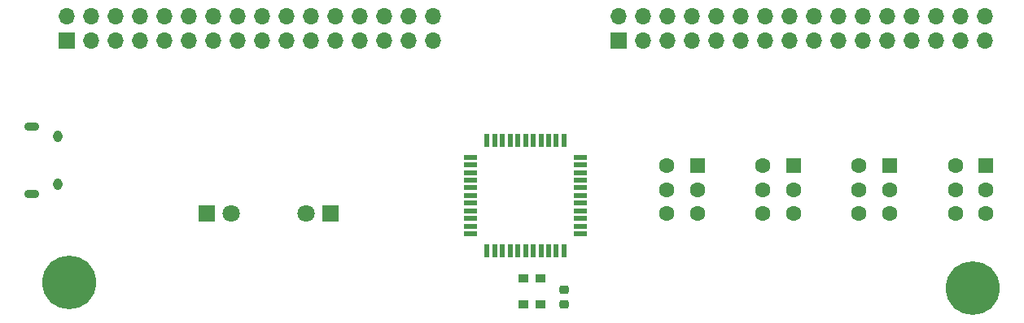
<source format=gbr>
%TF.GenerationSoftware,KiCad,Pcbnew,6.0.7-f9a2dced07~116~ubuntu22.04.1*%
%TF.CreationDate,2022-08-21T16:12:59+02:00*%
%TF.ProjectId,cpld,63706c64-2e6b-4696-9361-645f70636258,rev?*%
%TF.SameCoordinates,Original*%
%TF.FileFunction,Soldermask,Bot*%
%TF.FilePolarity,Negative*%
%FSLAX46Y46*%
G04 Gerber Fmt 4.6, Leading zero omitted, Abs format (unit mm)*
G04 Created by KiCad (PCBNEW 6.0.7-f9a2dced07~116~ubuntu22.04.1) date 2022-08-21 16:12:59*
%MOMM*%
%LPD*%
G01*
G04 APERTURE LIST*
G04 Aperture macros list*
%AMRoundRect*
0 Rectangle with rounded corners*
0 $1 Rounding radius*
0 $2 $3 $4 $5 $6 $7 $8 $9 X,Y pos of 4 corners*
0 Add a 4 corners polygon primitive as box body*
4,1,4,$2,$3,$4,$5,$6,$7,$8,$9,$2,$3,0*
0 Add four circle primitives for the rounded corners*
1,1,$1+$1,$2,$3*
1,1,$1+$1,$4,$5*
1,1,$1+$1,$6,$7*
1,1,$1+$1,$8,$9*
0 Add four rect primitives between the rounded corners*
20,1,$1+$1,$2,$3,$4,$5,0*
20,1,$1+$1,$4,$5,$6,$7,0*
20,1,$1+$1,$6,$7,$8,$9,0*
20,1,$1+$1,$8,$9,$2,$3,0*%
G04 Aperture macros list end*
%ADD10R,1.600000X1.600000*%
%ADD11C,1.600000*%
%ADD12C,3.600000*%
%ADD13C,5.600000*%
%ADD14R,1.800000X1.800000*%
%ADD15C,1.800000*%
%ADD16O,1.550000X0.890000*%
%ADD17O,0.950000X1.250000*%
%ADD18R,1.475000X0.600000*%
%ADD19R,0.600000X1.475000*%
%ADD20R,1.700000X1.700000*%
%ADD21O,1.700000X1.700000*%
%ADD22R,1.090000X0.850000*%
%ADD23RoundRect,0.225000X-0.250000X0.225000X-0.250000X-0.225000X0.250000X-0.225000X0.250000X0.225000X0*%
G04 APERTURE END LIST*
D10*
%TO.C,SW1*%
X179000000Y-82892500D03*
D11*
X179000000Y-85392500D03*
X179000000Y-87892500D03*
X175800000Y-82892500D03*
X175800000Y-85392500D03*
X175800000Y-87892500D03*
%TD*%
D10*
%TO.C,SW3*%
X159000000Y-82892500D03*
D11*
X159000000Y-85392500D03*
X159000000Y-87892500D03*
X155800000Y-82892500D03*
X155800000Y-85392500D03*
X155800000Y-87892500D03*
%TD*%
D10*
%TO.C,SW2*%
X169000000Y-82892500D03*
D11*
X169000000Y-85392500D03*
X169000000Y-87892500D03*
X165800000Y-82892500D03*
X165800000Y-85392500D03*
X165800000Y-87892500D03*
%TD*%
D12*
%TO.C,H2*%
X187600000Y-95700000D03*
D13*
X187600000Y-95700000D03*
%TD*%
D10*
%TO.C,SW0*%
X189000000Y-82892500D03*
D11*
X189000000Y-85392500D03*
X189000000Y-87892500D03*
X185800000Y-82892500D03*
X185800000Y-85392500D03*
X185800000Y-87892500D03*
%TD*%
D14*
%TO.C,D2*%
X120800000Y-87900000D03*
D15*
X118260000Y-87900000D03*
%TD*%
D14*
%TO.C,D1*%
X107925000Y-87900000D03*
D15*
X110465000Y-87900000D03*
%TD*%
D12*
%TO.C,H4*%
X93600000Y-95100000D03*
D13*
X93600000Y-95100000D03*
%TD*%
D16*
%TO.C,J1*%
X89750000Y-78800000D03*
D17*
X92450000Y-84800000D03*
D16*
X89750000Y-85800000D03*
D17*
X92450000Y-79800000D03*
%TD*%
D18*
%TO.C,IC2*%
X135362000Y-90000000D03*
X135362000Y-89200000D03*
X135362000Y-88400000D03*
X135362000Y-87600000D03*
X135362000Y-86800000D03*
X135362000Y-86000000D03*
X135362000Y-85200000D03*
X135362000Y-84400000D03*
X135362000Y-83600000D03*
X135362000Y-82800000D03*
X135362000Y-82000000D03*
D19*
X137100000Y-80262000D03*
X137900000Y-80262000D03*
X138700000Y-80262000D03*
X139500000Y-80262000D03*
X140300000Y-80262000D03*
X141100000Y-80262000D03*
X141900000Y-80262000D03*
X142700000Y-80262000D03*
X143500000Y-80262000D03*
X144300000Y-80262000D03*
X145100000Y-80262000D03*
D18*
X146838000Y-82000000D03*
X146838000Y-82800000D03*
X146838000Y-83600000D03*
X146838000Y-84400000D03*
X146838000Y-85200000D03*
X146838000Y-86000000D03*
X146838000Y-86800000D03*
X146838000Y-87600000D03*
X146838000Y-88400000D03*
X146838000Y-89200000D03*
X146838000Y-90000000D03*
D19*
X145100000Y-91738000D03*
X144300000Y-91738000D03*
X143500000Y-91738000D03*
X142700000Y-91738000D03*
X141900000Y-91738000D03*
X141100000Y-91738000D03*
X140300000Y-91738000D03*
X139500000Y-91738000D03*
X138700000Y-91738000D03*
X137900000Y-91738000D03*
X137100000Y-91738000D03*
%TD*%
D20*
%TO.C,J2*%
X93350000Y-69800000D03*
D21*
X93350000Y-67260000D03*
X95890000Y-69800000D03*
X95890000Y-67260000D03*
X98430000Y-69800000D03*
X98430000Y-67260000D03*
X100970000Y-69800000D03*
X100970000Y-67260000D03*
X103510000Y-69800000D03*
X103510000Y-67260000D03*
X106050000Y-69800000D03*
X106050000Y-67260000D03*
X108590000Y-69800000D03*
X108590000Y-67260000D03*
X111130000Y-69800000D03*
X111130000Y-67260000D03*
X113670000Y-69800000D03*
X113670000Y-67260000D03*
X116210000Y-69800000D03*
X116210000Y-67260000D03*
X118750000Y-69800000D03*
X118750000Y-67260000D03*
X121290000Y-69800000D03*
X121290000Y-67260000D03*
X123830000Y-69800000D03*
X123830000Y-67260000D03*
X126370000Y-69800000D03*
X126370000Y-67260000D03*
X128910000Y-69800000D03*
X128910000Y-67260000D03*
X131450000Y-69800000D03*
X131450000Y-67260000D03*
%TD*%
D22*
%TO.C,Y1*%
X140905000Y-97347500D03*
X140905000Y-94617500D03*
X142695000Y-94617500D03*
X142695000Y-97347500D03*
%TD*%
D20*
%TO.C,J3*%
X150800000Y-69800000D03*
D21*
X150800000Y-67260000D03*
X153340000Y-69800000D03*
X153340000Y-67260000D03*
X155880000Y-69800000D03*
X155880000Y-67260000D03*
X158420000Y-69800000D03*
X158420000Y-67260000D03*
X160960000Y-69800000D03*
X160960000Y-67260000D03*
X163500000Y-69800000D03*
X163500000Y-67260000D03*
X166040000Y-69800000D03*
X166040000Y-67260000D03*
X168580000Y-69800000D03*
X168580000Y-67260000D03*
X171120000Y-69800000D03*
X171120000Y-67260000D03*
X173660000Y-69800000D03*
X173660000Y-67260000D03*
X176200000Y-69800000D03*
X176200000Y-67260000D03*
X178740000Y-69800000D03*
X178740000Y-67260000D03*
X181280000Y-69800000D03*
X181280000Y-67260000D03*
X183820000Y-69800000D03*
X183820000Y-67260000D03*
X186360000Y-69800000D03*
X186360000Y-67260000D03*
X188900000Y-69800000D03*
X188900000Y-67260000D03*
%TD*%
D23*
%TO.C,C9*%
X145100000Y-95825000D03*
X145100000Y-97375000D03*
%TD*%
M02*

</source>
